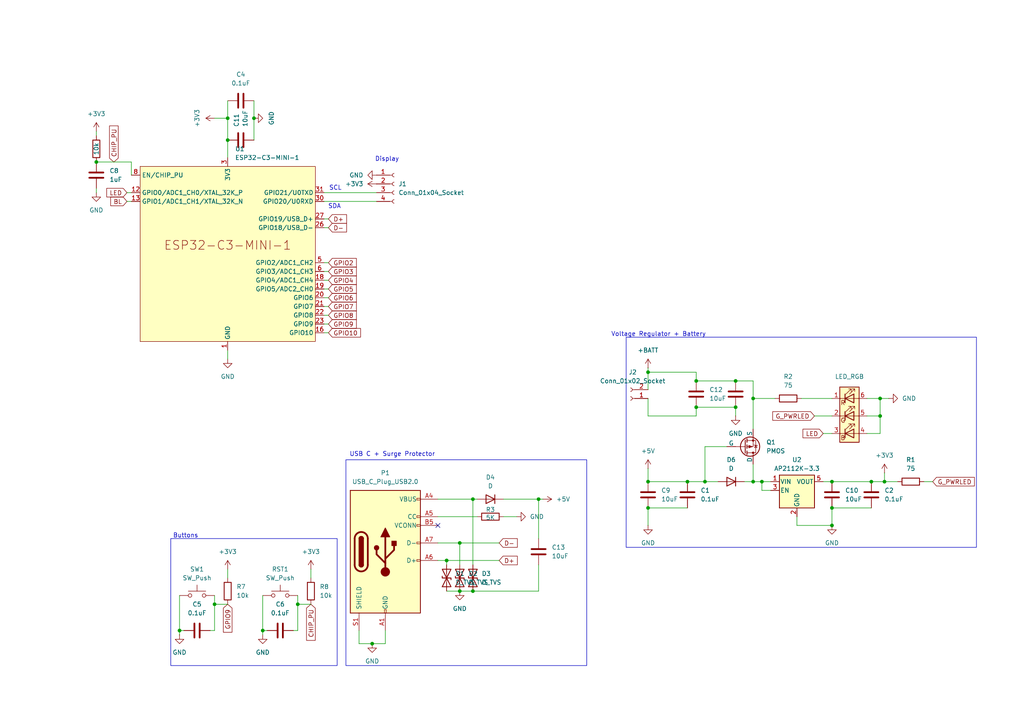
<source format=kicad_sch>
(kicad_sch (version 20250114) (generator "eeschema") (generator_version "9.0")
  (paper "A4")
  (title_block (title "MedBox") (date "2025-04-07") (rev "1") (company "ELK") (comment 1 "https://www.instructables.com/Build-Custom-ESP32-Boards-From-Scratch-the-Complet/"))
  (lib_symbols
    (symbol "Connector:Conn_01x02_Socket" (pin_names (offset 1.016) (hide yes))
      (property "Reference" "J" (at 0 2.54 0))
      (property "Value" "Conn_01x02_Socket" (at 0 -5.08 0))
      (symbol "Conn_01x02_Socket_1_1"
        (polyline (pts (xy -1.27 0) (xy -0.508 0)) (stroke (width 0.1524)))
        (polyline (pts (xy -1.27 -2.54) (xy -0.508 -2.54)) (stroke (width 0.1524)))
        (arc (start 0 -0.508) (mid -0.5058 0) (end 0 0.508) (stroke (width 0.1524)))
        (arc (start 0 -3.048) (mid -0.5058 -2.54) (end 0 -2.032) (stroke (width 0.1524)))
        (pin passive line (at -5.08 0 0) (length 3.81) (name "Pin_1") (number "1"))
        (pin passive line (at -5.08 -2.54 0) (length 3.81) (name "Pin_2") (number "2"))
      )
    )
    (symbol "Connector:Conn_01x04_Socket" (pin_names (offset 1.016) (hide yes))
      (property "Reference" "J" (at 0 5.08 0))
      (property "Value" "Conn_01x04_Socket" (at 0 -7.62 0))
      (symbol "Conn_01x04_Socket_1_1"
        (polyline (pts (xy -1.27 2.54) (xy -0.508 2.54)) (stroke (width 0.1524)))
        (polyline (pts (xy -1.27 0) (xy -0.508 0)) (stroke (width 0.1524)))
        (polyline (pts (xy -1.27 -2.54) (xy -0.508 -2.54)) (stroke (width 0.1524)))
        (polyline (pts (xy -1.27 -5.08) (xy -0.508 -5.08)) (stroke (width 0.1524)))
        (arc (start 0 2.032) (mid -0.5058 2.54) (end 0 3.048) (stroke (width 0.1524)))
        (arc (start 0 -0.508) (mid -0.5058 0) (end 0 0.508) (stroke (width 0.1524)))
        (arc (start 0 -3.048) (mid -0.5058 -2.54) (end 0 -2.032) (stroke (width 0.1524)))
        (arc (start 0 -5.588) (mid -0.5058 -5.08) (end 0 -4.572) (stroke (width 0.1524)))
        (pin passive line (at -5.08 2.54 0) (length 3.81) (name "Pin_1") (number "1"))
        (pin passive line (at -5.08 0 0) (length 3.81) (name "Pin_2") (number "2"))
        (pin passive line (at -5.08 -2.54 0) (length 3.81) (name "Pin_3") (number "3"))
        (pin passive line (at -5.08 -5.08 0) (length 3.81) (name "Pin_4") (number "4"))
      )
    )
    (symbol "Connector:USB_C_Plug_USB2.0" (pin_names (offset 1.016))
      (property "Reference" "P" (at -10.16 19.05 0))
      (property "Value" "USB_C_Plug_USB2.0" (at 12.7 19.05 0))
      (symbol "USB_C_Plug_USB2.0_0_0"
        (rectangle (start -0.254 -17.78) (end 0.254 -16.764))
        (rectangle (start 10.16 15.494) (end 9.144 14.986))
        (rectangle (start 10.16 10.414) (end 9.144 9.906))
        (rectangle (start 10.16 7.874) (end 9.144 7.366))
        (rectangle (start 10.16 2.794) (end 9.144 2.286))
        (rectangle (start 10.16 -2.286) (end 9.144 -2.794))
      )
      (symbol "USB_C_Plug_USB2.0_0_1"
        (rectangle (start -10.16 17.78) (end 10.16 -17.78) (stroke (width 0.254)) (fill (type background)))
        (polyline (pts (xy -8.89 -3.81) (xy -8.89 3.81)) (stroke (width 0.508)))
        (rectangle (start -7.62 -3.81) (end -6.35 3.81) (stroke (width 0.254)) (fill (type outline)))
        (arc (start -7.62 3.81) (mid -6.985 4.4423) (end -6.35 3.81) (stroke (width 0.254)))
        (arc (start -7.62 3.81) (mid -6.985 4.4423) (end -6.35 3.81) (stroke (width 0.254)) (fill (type outline)))
        (arc (start -8.89 3.81) (mid -6.985 5.7067) (end -5.08 3.81) (stroke (width 0.508)))
        (arc (start -5.08 -3.81) (mid -6.985 -5.7067) (end -8.89 -3.81) (stroke (width 0.508)))
        (arc (start -6.35 -3.81) (mid -6.985 -4.4423) (end -7.62 -3.81) (stroke (width 0.254)))
        (arc (start -6.35 -3.81) (mid -6.985 -4.4423) (end -7.62 -3.81) (stroke (width 0.254)) (fill (type outline)))
        (polyline (pts (xy -5.08 3.81) (xy -5.08 -3.81)) (stroke (width 0.508)))
        (circle (center -2.54 1.143) (radius 0.635) (stroke (width 0.254)) (fill (type outline)))
        (polyline (pts (xy -1.27 4.318) (xy 0 6.858) (xy 1.27 4.318) (xy -1.27 4.318)) (stroke (width 0.254)) (fill (type outline)))
        (polyline (pts (xy 0 -2.032) (xy 2.54 0.508) (xy 2.54 1.778)) (stroke (width 0.508)))
        (polyline (pts (xy 0 -3.302) (xy -2.54 -0.762) (xy -2.54 0.508)) (stroke (width 0.508)))
        (polyline (pts (xy 0 -5.842) (xy 0 4.318)) (stroke (width 0.508)))
        (circle (center 0 -5.842) (radius 1.27) (fill (type outline)))
        (rectangle (start 1.905 1.778) (end 3.175 3.048) (stroke (width 0.254)) (fill (type outline)))
      )
      (symbol "USB_C_Plug_USB2.0_1_1"
        (pin passive line (at -7.62 -22.86 90) (length 5.08) (name "SHIELD") (number "S1"))
        (pin passive line (at 0 -22.86 90) (length 5.08) (name "GND") (number "A1"))
        (pin passive line (at 0 -22.86 90) (length 5.08) (hide yes) (name "GND") (number "A12"))
        (pin passive line (at 0 -22.86 90) (length 5.08) (hide yes) (name "GND") (number "B1"))
        (pin passive line (at 0 -22.86 90) (length 5.08) (hide yes) (name "GND") (number "B12"))
        (pin passive line (at 15.24 15.24 180) (length 5.08) (name "VBUS") (number "A4"))
        (pin passive line (at 15.24 15.24 180) (length 5.08) (hide yes) (name "VBUS") (number "A9"))
        (pin passive line (at 15.24 15.24 180) (length 5.08) (hide yes) (name "VBUS") (number "B4"))
        (pin passive line (at 15.24 15.24 180) (length 5.08) (hide yes) (name "VBUS") (number "B9"))
        (pin bidirectional line (at 15.24 10.16 180) (length 5.08) (name "CC") (number "A5"))
        (pin bidirectional line (at 15.24 7.62 180) (length 5.08) (name "VCONN") (number "B5"))
        (pin bidirectional line (at 15.24 2.54 180) (length 5.08) (name "D-") (number "A7"))
        (pin bidirectional line (at 15.24 -2.54 180) (length 5.08) (name "D+") (number "A6"))
      )
    )
    (symbol "Device:C" (pin_numbers (hide yes)) (pin_names (offset 0.254))
      (property "Reference" "C" (at 0.635 2.54 0))
      (property "Value" "C" (at 0.635 -2.54 0))
      (symbol "C_0_1"
        (polyline (pts (xy -2.032 0.762) (xy 2.032 0.762)) (stroke (width 0.508)))
        (polyline (pts (xy -2.032 -0.762) (xy 2.032 -0.762)) (stroke (width 0.508)))
      )
      (symbol "C_1_1"
        (pin passive line (at 0 3.81 270) (length 2.794) (name "~") (number "1"))
        (pin passive line (at 0 -3.81 90) (length 2.794) (name "~") (number "2"))
      )
    )
    (symbol "Device:D" (pin_numbers (hide yes)) (pin_names (offset 1.016) (hide yes))
      (property "Reference" "D" (at 0 2.54 0))
      (property "Value" "D" (at 0 -2.54 0))
      (symbol "D_0_1"
        (polyline (pts (xy -1.27 1.27) (xy -1.27 -1.27)) (stroke (width 0.254)))
        (polyline (pts (xy 1.27 1.27) (xy 1.27 -1.27) (xy -1.27 0) (xy 1.27 1.27)) (stroke (width 0.254)))
        (polyline (pts (xy 1.27 0) (xy -1.27 0)))
      )
      (symbol "D_1_1"
        (pin passive line (at -3.81 0 0) (length 2.54) (name "K") (number "1"))
        (pin passive line (at 3.81 0 180) (length 2.54) (name "A") (number "2"))
      )
    )
    (symbol "Device:D_TVS" (pin_numbers (hide yes)) (pin_names (offset 1.016) (hide yes))
      (property "Reference" "D" (at 0 2.54 0))
      (property "Value" "D_TVS" (at 0 -2.54 0))
      (symbol "D_TVS_0_1"
        (polyline (pts (xy -2.54 1.27) (xy -2.54 -1.27) (xy 2.54 1.27) (xy 2.54 -1.27) (xy -2.54 1.27)) (stroke (width 0.254)))
        (polyline (pts (xy 0.508 1.27) (xy 0 1.27) (xy 0 -1.27) (xy -0.508 -1.27)) (stroke (width 0.254)))
        (polyline (pts (xy 1.27 0) (xy -1.27 0)))
      )
      (symbol "D_TVS_1_1"
        (pin passive line (at -3.81 0 0) (length 2.54) (name "A1") (number "1"))
        (pin passive line (at 3.81 0 180) (length 2.54) (name "A2") (number "2"))
      )
    )
    (symbol "Device:LED_RGB" (pin_names (offset 0) (hide yes))
      (property "Reference" "D" (at 0 9.398 0))
      (property "Value" "LED_RGB" (at 0 -8.89 0))
      (symbol "LED_RGB_0_0"
        (text "R" (at -1.905 3.81 0) (effects (font (size 1.27 1.27))))
        (text "G" (at -1.905 -1.27 0) (effects (font (size 1.27 1.27))))
        (text "B" (at -1.905 -6.35 0) (effects (font (size 1.27 1.27))))
      )
      (symbol "LED_RGB_0_1"
        (polyline (pts (xy -1.27 6.35) (xy -1.27 3.81)) (stroke (width 0.254)))
        (polyline (pts (xy -1.27 6.35) (xy -1.27 3.81) (xy -1.27 3.81)))
        (polyline (pts (xy -1.27 5.08) (xy -2.54 5.08)))
        (polyline (pts (xy -1.27 5.08) (xy 1.27 5.08)))
        (polyline (pts (xy -1.27 1.27) (xy -1.27 -1.27)) (stroke (width 0.254)))
        (polyline (pts (xy -1.27 1.27) (xy -1.27 -1.27) (xy -1.27 -1.27)))
        (polyline (pts (xy -1.27 0) (xy -2.54 0)))
        (polyline (pts (xy -1.27 -3.81) (xy -1.27 -6.35)) (stroke (width 0.254)))
        (polyline (pts (xy -1.27 -5.08) (xy -2.54 -5.08)))
        (polyline (pts (xy -1.27 -5.08) (xy 1.27 -5.08)))
        (polyline (pts (xy -1.016 6.35) (xy 0.508 7.874) (xy -0.254 7.874) (xy 0.508 7.874) (xy 0.508 7.112)))
        (polyline (pts (xy -1.016 1.27) (xy 0.508 2.794) (xy -0.254 2.794) (xy 0.508 2.794) (xy 0.508 2.032)))
        (polyline (pts (xy -1.016 -3.81) (xy 0.508 -2.286) (xy -0.254 -2.286) (xy 0.508 -2.286) (xy 0.508 -3.048)))
        (polyline (pts (xy 0 6.35) (xy 1.524 7.874) (xy 0.762 7.874) (xy 1.524 7.874) (xy 1.524 7.112)))
        (polyline (pts (xy 0 1.27) (xy 1.524 2.794) (xy 0.762 2.794) (xy 1.524 2.794) (xy 1.524 2.032)))
        (polyline (pts (xy 0 -3.81) (xy 1.524 -2.286) (xy 0.762 -2.286) (xy 1.524 -2.286) (xy 1.524 -3.048)))
        (polyline (pts (xy 1.27 6.35) (xy 1.27 3.81) (xy -1.27 5.08) (xy 1.27 6.35)) (stroke (width 0.254)))
        (rectangle (start 1.27 6.35) (end 1.27 6.35))
        (polyline (pts (xy 1.27 5.08) (xy 2.54 5.08)))
        (rectangle (start 1.27 3.81) (end 1.27 6.35))
        (polyline (pts (xy 1.27 1.27) (xy 1.27 -1.27) (xy -1.27 0) (xy 1.27 1.27)) (stroke (width 0.254)))
        (rectangle (start 1.27 1.27) (end 1.27 1.27))
        (polyline (pts (xy 1.27 0) (xy -1.27 0)))
        (polyline (pts (xy 1.27 0) (xy 2.54 0)))
        (rectangle (start 1.27 -1.27) (end 1.27 1.27))
        (polyline (pts (xy 1.27 -3.81) (xy 1.27 -6.35) (xy -1.27 -5.08) (xy 1.27 -3.81)) (stroke (width 0.254)))
        (polyline (pts (xy 1.27 -5.08) (xy 2.54 -5.08)))
        (rectangle (start 2.794 8.382) (end -2.794 -7.62) (stroke (width 0.254)) (fill (type background)))
      )
      (symbol "LED_RGB_1_1"
        (pin passive line (at -5.08 5.08 0) (length 2.54) (name "RK") (number "1"))
        (pin passive line (at -5.08 0 0) (length 2.54) (name "GK") (number "2"))
        (pin passive line (at -5.08 -5.08 0) (length 2.54) (name "BK") (number "3"))
        (pin passive line (at 5.08 5.08 180) (length 2.54) (name "RA") (number "6"))
        (pin passive line (at 5.08 0 180) (length 2.54) (name "GA") (number "5"))
        (pin passive line (at 5.08 -5.08 180) (length 2.54) (name "BA") (number "4"))
      )
    )
    (symbol "Device:R" (pin_numbers (hide yes)) (pin_names (offset 0))
      (property "Reference" "R" (at 2.032 0 90))
      (property "Value" "R" (at 0 0 90))
      (symbol "R_0_1"
        (rectangle (start -1.016 -2.54) (end 1.016 2.54) (stroke (width 0.254)))
      )
      (symbol "R_1_1"
        (pin passive line (at 0 3.81 270) (length 1.27) (name "~") (number "1"))
        (pin passive line (at 0 -3.81 90) (length 1.27) (name "~") (number "2"))
      )
    )
    (symbol "PCM_Espressif:ESP32-C3-MINI-1"
      (property "Reference" "U" (at -25.4 30.48 0))
      (property "Value" "ESP32-C3-MINI-1" (at -25.4 27.94 0))
      (symbol "ESP32-C3-MINI-1_0_0"
        (text "ESP32-C3-MINI-1" (at 0 2.54 0) (effects (font (size 2.54 2.54))))
      )
      (symbol "ESP32-C3-MINI-1_0_1"
        (rectangle (start -25.4 25.4) (end 25.4 -25.4) (fill (type background)))
      )
      (symbol "ESP32-C3-MINI-1_1_1"
        (pin input line (at -27.94 22.86 0) (length 2.54) (name "EN/CHIP_PU") (number "8"))
        (pin bidirectional line (at -27.94 17.78 0) (length 2.54) (name "GPIO0/ADC1_CH0/XTAL_32K_P") (number "12"))
        (pin bidirectional line (at -27.94 15.24 0) (length 2.54) (name "GPIO1/ADC1_CH1/XTAL_32K_N") (number "13"))
        (pin no_connect line (at -25.4 10.16 0) (length 2.54) (hide yes) (name "NC") (number "4"))
        (pin no_connect line (at -25.4 7.62 0) (length 2.54) (hide yes) (name "NC") (number "7"))
        (pin no_connect line (at -25.4 5.08 0) (length 2.54) (hide yes) (name "NC") (number "9"))
        (pin no_connect line (at -25.4 2.54 0) (length 2.54) (hide yes) (name "NC") (number "10"))
        (pin no_connect line (at -25.4 0 0) (length 2.54) (hide yes) (name "NC") (number "15"))
        (pin no_connect line (at -25.4 -2.54 0) (length 2.54) (hide yes) (name "NC") (number "17"))
        (pin no_connect line (at -25.4 -5.08 0) (length 2.54) (hide yes) (name "NC") (number "24"))
        (pin no_connect line (at -25.4 -7.62 0) (length 2.54) (hide yes) (name "NC") (number "25"))
        (pin no_connect line (at -25.4 -10.16 0) (length 2.54) (hide yes) (name "NC") (number "28"))
        (pin no_connect line (at -25.4 -12.7 0) (length 2.54) (hide yes) (name "NC") (number "29"))
        (pin no_connect line (at -25.4 -15.24 0) (length 2.54) (hide yes) (name "NC") (number "32"))
        (pin no_connect line (at -25.4 -17.78 0) (length 2.54) (hide yes) (name "NC") (number "33"))
        (pin no_connect line (at -25.4 -20.32 0) (length 2.54) (hide yes) (name "NC") (number "34"))
        (pin no_connect line (at -25.4 -22.86 0) (length 2.54) (hide yes) (name "NC") (number "35"))
        (pin power_in line (at 0 27.94 270) (length 2.54) (name "3V3") (number "3"))
        (pin power_in line (at 0 -27.94 90) (length 2.54) (name "GND") (number "1"))
        (pin passive line (at 0 -27.94 90) (length 2.54) (hide yes) (name "GND") (number "11"))
        (pin passive line (at 0 -27.94 90) (length 2.54) (hide yes) (name "GND") (number "14"))
        (pin passive line (at 0 -27.94 90) (length 2.54) (hide yes) (name "GND") (number "2"))
        (pin passive line (at 0 -27.94 90) (length 2.54) (hide yes) (name "GND") (number "36"))
        (pin passive line (at 0 -27.94 90) (length 2.54) (hide yes) (name "GND") (number "37"))
        (pin passive line (at 0 -27.94 90) (length 2.54) (hide yes) (name "GND") (number "38"))
        (pin passive line (at 0 -27.94 90) (length 2.54) (hide yes) (name "GND") (number "39"))
        (pin passive line (at 0 -27.94 90) (length 2.54) (hide yes) (name "GND") (number "40"))
        (pin passive line (at 0 -27.94 90) (length 2.54) (hide yes) (name "GND") (number "41"))
        (pin passive line (at 0 -27.94 90) (length 2.54) (hide yes) (name "GND") (number "42"))
        (pin passive line (at 0 -27.94 90) (length 2.54) (hide yes) (name "GND") (number "43"))
        (pin passive line (at 0 -27.94 90) (length 2.54) (hide yes) (name "GND") (number "44"))
        (pin passive line (at 0 -27.94 90) (length 2.54) (hide yes) (name "GND") (number "45"))
        (pin passive line (at 0 -27.94 90) (length 2.54) (hide yes) (name "GND") (number "46"))
        (pin passive line (at 0 -27.94 90) (length 2.54) (hide yes) (name "GND") (number "47"))
        (pin passive line (at 0 -27.94 90) (length 2.54) (hide yes) (name "GND") (number "48"))
        (pin passive line (at 0 -27.94 90) (length 2.54) (hide yes) (name "GND") (number "49"))
        (pin passive line (at 0 -27.94 90) (length 2.54) (hide yes) (name "GND") (number "50"))
        (pin passive line (at 0 -27.94 90) (length 2.54) (hide yes) (name "GND") (number "51"))
        (pin passive line (at 0 -27.94 90) (length 2.54) (hide yes) (name "GND") (number "52"))
        (pin passive line (at 0 -27.94 90) (length 2.54) (hide yes) (name "GND") (number "53"))
        (pin bidirectional line (at 27.94 17.78 180) (length 2.54) (name "GPIO21/U0TXD") (number "31"))
        (pin bidirectional line (at 27.94 15.24 180) (length 2.54) (name "GPIO20/U0RXD") (number "30"))
        (pin bidirectional line (at 27.94 10.16 180) (length 2.54) (name "GPIO19/USB_D+") (number "27"))
        (pin bidirectional line (at 27.94 7.62 180) (length 2.54) (name "GPIO18/USB_D-") (number "26"))
        (pin bidirectional line (at 27.94 -2.54 180) (length 2.54) (name "GPIO2/ADC1_CH2") (number "5"))
        (pin bidirectional line (at 27.94 -5.08 180) (length 2.54) (name "GPIO3/ADC1_CH3") (number "6"))
        (pin bidirectional line (at 27.94 -7.62 180) (length 2.54) (name "GPIO4/ADC1_CH4") (number "18"))
        (pin bidirectional line (at 27.94 -10.16 180) (length 2.54) (name "GPIO5/ADC2_CH0") (number "19"))
        (pin bidirectional line (at 27.94 -12.7 180) (length 2.54) (name "GPIO6") (number "20"))
        (pin bidirectional line (at 27.94 -15.24 180) (length 2.54) (name "GPIO7") (number "21"))
        (pin bidirectional line (at 27.94 -17.78 180) (length 2.54) (name "GPIO8") (number "22"))
        (pin bidirectional line (at 27.94 -20.32 180) (length 2.54) (name "GPIO9") (number "23"))
        (pin bidirectional line (at 27.94 -22.86 180) (length 2.54) (name "GPIO10") (number "16"))
      )
    )
    (symbol "Regulator_Linear:AP2112K-3.3" (pin_names (offset 0.254))
      (property "Reference" "U" (at -5.08 5.715 0))
      (property "Value" "AP2112K-3.3" (at 0 5.715 0))
      (symbol "AP2112K-3.3_0_1"
        (rectangle (start -5.08 4.445) (end 5.08 -5.08) (stroke (width 0.254)) (fill (type background)))
      )
      (symbol "AP2112K-3.3_1_1"
        (pin power_in line (at -7.62 2.54 0) (length 2.54) (name "VIN") (number "1"))
        (pin input line (at -7.62 0 0) (length 2.54) (name "EN") (number "3"))
        (pin power_in line (at 0 -7.62 90) (length 2.54) (name "GND") (number "2"))
        (pin no_connect line (at 5.08 0 180) (length 2.54) (hide yes) (name "NC") (number "4"))
        (pin power_out line (at 7.62 2.54 180) (length 2.54) (name "VOUT") (number "5"))
      )
    )
    (symbol "Simulation_SPICE:PMOS" (pin_numbers (hide yes)) (pin_names (offset 0))
      (property "Reference" "Q" (at 5.08 1.27 0))
      (property "Value" "PMOS" (at 5.08 -1.27 0))
      (symbol "PMOS_0_1"
        (polyline (pts (xy 0.254 1.905) (xy 0.254 -1.905)) (stroke (width 0.254)))
        (polyline (pts (xy 0.254 0) (xy -2.54 0)))
        (polyline (pts (xy 0.762 2.286) (xy 0.762 1.27)) (stroke (width 0.254)))
        (polyline (pts (xy 0.762 1.778) (xy 3.302 1.778) (xy 3.302 -1.778) (xy 0.762 -1.778)))
        (polyline (pts (xy 0.762 0.508) (xy 0.762 -0.508)) (stroke (width 0.254)))
        (polyline (pts (xy 0.762 -1.27) (xy 0.762 -2.286)) (stroke (width 0.254)))
        (circle (center 1.651 0) (radius 2.794) (stroke (width 0.254)))
        (polyline (pts (xy 2.286 0) (xy 1.27 0.381) (xy 1.27 -0.381) (xy 2.286 0)) (fill (type outline)))
        (polyline (pts (xy 2.54 2.54) (xy 2.54 1.778)))
        (circle (center 2.54 1.778) (radius 0.254) (fill (type outline)))
        (circle (center 2.54 -1.778) (radius 0.254) (fill (type outline)))
        (polyline (pts (xy 2.54 -2.54) (xy 2.54 0) (xy 0.762 0)))
        (polyline (pts (xy 2.794 -0.508) (xy 2.921 -0.381) (xy 3.683 -0.381) (xy 3.81 -0.254)))
        (polyline (pts (xy 3.302 -0.381) (xy 2.921 0.254) (xy 3.683 0.254) (xy 3.302 -0.381)))
      )
      (symbol "PMOS_1_1"
        (pin input line (at -5.08 0 0) (length 2.54) (name "G") (number "2"))
        (pin passive line (at 2.54 5.08 270) (length 2.54) (name "D") (number "1"))
        (pin passive line (at 2.54 -5.08 90) (length 2.54) (name "S") (number "3"))
      )
    )
    (symbol "Switch:SW_Push" (pin_numbers (hide yes)) (pin_names (offset 1.016) (hide yes))
      (property "Reference" "SW" (at 1.27 2.54 0))
      (property "Value" "SW_Push" (at 0 -1.524 0))
      (symbol "SW_Push_0_1"
        (circle (center -2.032 0) (radius 0.508))
        (polyline (pts (xy 0 1.27) (xy 0 3.048)))
        (circle (center 2.032 0) (radius 0.508))
        (polyline (pts (xy 2.54 1.27) (xy -2.54 1.27)))
        (pin passive line (at -5.08 0 0) (length 2.54) (name "1") (number "1"))
        (pin passive line (at 5.08 0 180) (length 2.54) (name "2") (number "2"))
      )
    )
    (symbol "power:+3V3" (power) (pin_numbers (hide yes)) (pin_names (offset 0) (hide yes))
      (property "Value" "+3V3" (at 0 3.556 0))
      (symbol "+3V3_0_1"
        (polyline (pts (xy -0.762 1.27) (xy 0 2.54)))
        (polyline (pts (xy 0 2.54) (xy 0.762 1.27)))
        (polyline (pts (xy 0 0) (xy 0 2.54)))
      )
      (symbol "+3V3_1_1"
        (pin power_in line (at 0 0 90) (length 0) (name "~") (number "1"))
      )
    )
    (symbol "power:+5V" (power) (pin_numbers (hide yes)) (pin_names (offset 0) (hide yes))
      (property "Value" "+5V" (at 0 3.556 0))
      (symbol "+5V_0_1"
        (polyline (pts (xy -0.762 1.27) (xy 0 2.54)))
        (polyline (pts (xy 0 2.54) (xy 0.762 1.27)))
        (polyline (pts (xy 0 0) (xy 0 2.54)))
      )
      (symbol "+5V_1_1"
        (pin power_in line (at 0 0 90) (length 0) (name "~") (number "1"))
      )
    )
    (symbol "power:+BATT" (power) (pin_numbers (hide yes)) (pin_names (offset 0) (hide yes))
      (property "Value" "+BATT" (at 0 3.556 0))
      (symbol "+BATT_0_1"
        (polyline (pts (xy -0.762 1.27) (xy 0 2.54)))
        (polyline (pts (xy 0 2.54) (xy 0.762 1.27)))
        (polyline (pts (xy 0 0) (xy 0 2.54)))
      )
      (symbol "+BATT_1_1"
        (pin power_in line (at 0 0 90) (length 0) (name "~") (number "1"))
      )
    )
    (symbol "power:GND" (power) (pin_numbers (hide yes)) (pin_names (offset 0) (hide yes))
      (property "Value" "GND" (at 0 -3.81 0))
      (symbol "GND_0_1"
        (polyline (pts (xy 0 0) (xy 0 -1.27) (xy 1.27 -1.27) (xy 0 -2.54) (xy -1.27 -1.27) (xy 0 -1.27)))
      )
      (symbol "GND_1_1"
        (pin power_in line (at 0 0 270) (length 0) (name "~") (number "1"))
      )
    )
  )
  (rectangle (start 181.61 97.79) (end 283.21 158.75))
  (rectangle (start 100.33 133.35) (end 170.18 193.04))
  (rectangle (start 49.53 156.21) (end 97.79 193.04))
  (text "Buttons" (at 53.848 155.448 0) (effects (font (size 1.27 1.27))))
  (text "Display" (at 112.268 46.228 0) (effects (font (size 1.27 1.27))))
  (text "USB C + Surge Protector" (at 113.792 131.826 0) (effects (font (size 1.27 1.27))))
  (text "SDA" (at 97.028 59.944 0) (effects (font (size 1.27 1.27))))
  (text "Voltage Regulator + Battery" (at 191.008 97.028 0) (effects (font (size 1.27 1.27))))
  (text "SCL" (at 97.282 54.61 0) (effects (font (size 1.27 1.27))))
  (junction (at 73.66 34.29))
  (junction (at 218.44 115.57))
  (junction (at 129.54 162.56))
  (junction (at 213.36 110.49))
  (junction (at 218.44 139.7))
  (junction (at 137.16 144.78))
  (junction (at 255.27 120.65))
  (junction (at 256.54 139.7))
  (junction (at 66.04 34.29))
  (junction (at 204.47 139.7))
  (junction (at 241.3 147.32))
  (junction (at 133.35 171.45))
  (junction (at 156.21 144.78))
  (junction (at 27.94 46.99))
  (junction (at 52.07 182.88))
  (junction (at 107.95 186.69))
  (junction (at 201.93 110.49))
  (junction (at 220.98 139.7))
  (junction (at 241.3 139.7))
  (junction (at 187.96 107.95))
  (junction (at 241.3 152.4))
  (junction (at 255.27 115.57))
  (junction (at 213.36 118.11))
  (junction (at 199.39 139.7))
  (junction (at 76.2 182.88))
  (junction (at 137.16 171.45))
  (junction (at 62.23 175.26))
  (junction (at 252.73 139.7))
  (junction (at 201.93 118.11))
  (junction (at 133.35 157.48))
  (junction (at 66.04 40.64))
  (junction (at 187.96 147.32))
  (junction (at 187.96 139.7))
  (junction (at 86.36 175.26))
  (no_connect (at 127 152.4))
  (wire (pts (xy 93.98 58.42) (xy 109.22 58.42)))
  (wire (pts (xy 66.04 40.64) (xy 66.04 45.72)))
  (wire (pts (xy 156.21 144.78) (xy 157.48 144.78)))
  (wire (pts (xy 199.39 139.7) (xy 204.47 139.7)))
  (wire (pts (xy 62.23 182.88) (xy 60.96 182.88)))
  (wire (pts (xy 38.1 46.99) (xy 38.1 50.8)))
  (wire (pts (xy 104.14 182.88) (xy 104.14 186.69)))
  (wire (pts (xy 137.16 144.78) (xy 138.43 144.78)))
  (wire (pts (xy 73.66 40.64) (xy 73.66 34.29)))
  (wire (pts (xy 156.21 171.45) (xy 137.16 171.45)))
  (wire (pts (xy 255.27 115.57) (xy 251.46 115.57)))
  (wire (pts (xy 236.22 120.65) (xy 241.3 120.65)))
  (wire (pts (xy 27.94 46.99) (xy 38.1 46.99)))
  (wire (pts (xy 201.93 118.11) (xy 201.93 120.65)))
  (wire (pts (xy 252.73 147.32) (xy 241.3 147.32)))
  (wire (pts (xy 93.98 55.88) (xy 109.22 55.88)))
  (wire (pts (xy 73.66 34.29) (xy 73.66 29.21)))
  (wire (pts (xy 251.46 120.65) (xy 255.27 120.65)))
  (wire (pts (xy 86.36 172.72) (xy 86.36 175.26)))
  (wire (pts (xy 218.44 139.7) (xy 220.98 139.7)))
  (wire (pts (xy 146.05 144.78) (xy 156.21 144.78)))
  (wire (pts (xy 220.98 139.7) (xy 223.52 139.7)))
  (wire (pts (xy 218.44 115.57) (xy 224.79 115.57)))
  (wire (pts (xy 187.96 135.89) (xy 187.96 139.7)))
  (wire (pts (xy 52.07 182.88) (xy 53.34 182.88)))
  (wire (pts (xy 95.25 88.9) (xy 93.98 88.9)))
  (wire (pts (xy 111.76 182.88) (xy 111.76 186.69)))
  (wire (pts (xy 213.36 110.49) (xy 218.44 110.49)))
  (wire (pts (xy 62.23 172.72) (xy 62.23 175.26)))
  (wire (pts (xy 241.3 139.7) (xy 252.73 139.7)))
  (wire (pts (xy 187.96 107.95) (xy 187.96 113.03)))
  (wire (pts (xy 238.76 125.73) (xy 241.3 125.73)))
  (wire (pts (xy 232.41 115.57) (xy 241.3 115.57)))
  (wire (pts (xy 255.27 120.65) (xy 255.27 115.57)))
  (wire (pts (xy 66.04 40.64) (xy 66.04 34.29)))
  (wire (pts (xy 218.44 115.57) (xy 218.44 124.46)))
  (wire (pts (xy 156.21 163.83) (xy 156.21 171.45)))
  (wire (pts (xy 213.36 118.11) (xy 213.36 120.65)))
  (wire (pts (xy 66.04 101.6) (xy 66.04 104.14)))
  (wire (pts (xy 187.96 107.95) (xy 201.93 107.95)))
  (wire (pts (xy 36.83 58.42) (xy 38.1 58.42)))
  (wire (pts (xy 201.93 110.49) (xy 213.36 110.49)))
  (wire (pts (xy 76.2 172.72) (xy 76.2 182.88)))
  (wire (pts (xy 267.97 139.7) (xy 270.51 139.7)))
  (wire (pts (xy 95.25 96.52) (xy 93.98 96.52)))
  (wire (pts (xy 95.25 81.28) (xy 93.98 81.28)))
  (wire (pts (xy 218.44 134.62) (xy 218.44 139.7)))
  (wire (pts (xy 95.25 86.36) (xy 93.98 86.36)))
  (wire (pts (xy 76.2 182.88) (xy 76.2 184.15)))
  (wire (pts (xy 111.76 186.69) (xy 107.95 186.69)))
  (wire (pts (xy 238.76 139.7) (xy 241.3 139.7)))
  (wire (pts (xy 204.47 129.54) (xy 204.47 139.7)))
  (wire (pts (xy 95.25 93.98) (xy 93.98 93.98)))
  (wire (pts (xy 52.07 172.72) (xy 52.07 182.88)))
  (wire (pts (xy 201.93 118.11) (xy 213.36 118.11)))
  (wire (pts (xy 62.23 34.29) (xy 66.04 34.29)))
  (wire (pts (xy 36.83 55.88) (xy 38.1 55.88)))
  (wire (pts (xy 187.96 139.7) (xy 199.39 139.7)))
  (wire (pts (xy 204.47 139.7) (xy 208.28 139.7)))
  (wire (pts (xy 187.96 106.68) (xy 187.96 107.95)))
  (wire (pts (xy 231.14 149.86) (xy 231.14 152.4)))
  (wire (pts (xy 90.17 175.26) (xy 86.36 175.26)))
  (wire (pts (xy 231.14 152.4) (xy 241.3 152.4)))
  (wire (pts (xy 66.04 34.29) (xy 66.04 29.21)))
  (wire (pts (xy 95.25 78.74) (xy 93.98 78.74)))
  (wire (pts (xy 76.2 182.88) (xy 77.47 182.88)))
  (wire (pts (xy 199.39 147.32) (xy 187.96 147.32)))
  (wire (pts (xy 187.96 147.32) (xy 187.96 152.4)))
  (wire (pts (xy 62.23 175.26) (xy 62.23 182.88)))
  (wire (pts (xy 220.98 142.24) (xy 223.52 142.24)))
  (wire (pts (xy 255.27 125.73) (xy 255.27 120.65)))
  (wire (pts (xy 95.25 66.04) (xy 93.98 66.04)))
  (wire (pts (xy 127 162.56) (xy 129.54 162.56)))
  (wire (pts (xy 90.17 165.1) (xy 90.17 167.64)))
  (wire (pts (xy 129.54 171.45) (xy 133.35 171.45)))
  (wire (pts (xy 241.3 147.32) (xy 241.3 152.4)))
  (wire (pts (xy 133.35 157.48) (xy 144.78 157.48)))
  (wire (pts (xy 187.96 115.57) (xy 187.96 120.65)))
  (wire (pts (xy 201.93 107.95) (xy 201.93 110.49)))
  (wire (pts (xy 27.94 54.61) (xy 27.94 55.88)))
  (wire (pts (xy 156.21 144.78) (xy 156.21 156.21)))
  (wire (pts (xy 251.46 125.73) (xy 255.27 125.73)))
  (wire (pts (xy 95.25 83.82) (xy 93.98 83.82)))
  (wire (pts (xy 129.54 163.83) (xy 129.54 162.56)))
  (wire (pts (xy 255.27 115.57) (xy 257.81 115.57)))
  (wire (pts (xy 137.16 163.83) (xy 137.16 144.78)))
  (wire (pts (xy 127 157.48) (xy 133.35 157.48)))
  (wire (pts (xy 104.14 186.69) (xy 107.95 186.69)))
  (wire (pts (xy 95.25 63.5) (xy 93.98 63.5)))
  (wire (pts (xy 133.35 171.45) (xy 137.16 171.45)))
  (wire (pts (xy 133.35 157.48) (xy 133.35 163.83)))
  (wire (pts (xy 210.82 129.54) (xy 204.47 129.54)))
  (wire (pts (xy 256.54 137.16) (xy 256.54 139.7)))
  (wire (pts (xy 220.98 139.7) (xy 220.98 142.24)))
  (wire (pts (xy 215.9 139.7) (xy 218.44 139.7)))
  (wire (pts (xy 129.54 162.56) (xy 144.78 162.56)))
  (wire (pts (xy 252.73 139.7) (xy 256.54 139.7)))
  (wire (pts (xy 137.16 144.78) (xy 127 144.78)))
  (wire (pts (xy 127 149.86) (xy 138.43 149.86)))
  (wire (pts (xy 86.36 182.88) (xy 85.09 182.88)))
  (wire (pts (xy 256.54 139.7) (xy 260.35 139.7)))
  (wire (pts (xy 218.44 110.49) (xy 218.44 115.57)))
  (wire (pts (xy 146.05 149.86) (xy 149.86 149.86)))
  (wire (pts (xy 52.07 182.88) (xy 52.07 184.15)))
  (wire (pts (xy 66.04 175.26) (xy 62.23 175.26)))
  (wire (pts (xy 201.93 120.65) (xy 187.96 120.65)))
  (wire (pts (xy 66.04 165.1) (xy 66.04 167.64)))
  (wire (pts (xy 86.36 175.26) (xy 86.36 182.88)))
  (wire (pts (xy 93.98 76.2) (xy 95.25 76.2)))
  (wire (pts (xy 93.98 91.44) (xy 95.25 91.44)))
  (wire (pts (xy 27.94 38.1) (xy 27.94 39.37)))
  (global_label "G_PWRLED" (shape input) (at 236.22 120.65 180) (property "Intersheetrefs" "${INTERSHEET_REFS}" (effects (hide yes))))
  (global_label "G_PWRLED" (shape input) (at 270.51 139.7 0) (property "Intersheetrefs" "${INTERSHEET_REFS}" (effects (hide yes))))
  (global_label "GPIO6" (shape input) (at 95.25 86.36 0) (property "Intersheetrefs" "${INTERSHEET_REFS}" (effects (hide yes))))
  (global_label "GPIO3" (shape input) (at 95.25 78.74 0) (property "Intersheetrefs" "${INTERSHEET_REFS}" (effects (hide yes))))
  (global_label "GPIO4" (shape input) (at 95.25 81.28 0) (property "Intersheetrefs" "${INTERSHEET_REFS}" (effects (hide yes))))
  (global_label "CHIP_PU" (shape input) (at 90.17 175.26 270) (property "Intersheetrefs" "${INTERSHEET_REFS}" (effects (hide yes))))
  (global_label "D+" (shape input) (at 95.25 63.5 0) (property "Intersheetrefs" "${INTERSHEET_REFS}" (effects (hide yes))))
  (global_label "GPIO8" (shape input) (at 95.25 91.44 0) (property "Intersheetrefs" "${INTERSHEET_REFS}" (effects (hide yes))))
  (global_label "GPIO9" (shape input) (at 66.04 175.26 270) (property "Intersheetrefs" "${INTERSHEET_REFS}" (effects (hide yes))))
  (global_label "GPIO2" (shape input) (at 95.25 76.2 0) (property "Intersheetrefs" "${INTERSHEET_REFS}" (effects (hide yes))))
  (global_label "LED" (shape input) (at 238.76 125.73 180) (property "Intersheetrefs" "${INTERSHEET_REFS}" (effects (hide yes))))
  (global_label "GPIO10" (shape input) (at 95.25 96.52 0) (property "Intersheetrefs" "${INTERSHEET_REFS}" (effects (hide yes))))
  (global_label "D-" (shape input) (at 144.78 157.48 0) (property "Intersheetrefs" "${INTERSHEET_REFS}" (effects (hide yes))))
  (global_label "GPIO7" (shape input) (at 95.25 88.9 0) (property "Intersheetrefs" "${INTERSHEET_REFS}" (effects (hide yes))))
  (global_label "D+" (shape input) (at 144.78 162.56 0) (property "Intersheetrefs" "${INTERSHEET_REFS}" (effects (hide yes))))
  (global_label "CHIP_PU" (shape input) (at 33.02 46.99 90) (property "Intersheetrefs" "${INTERSHEET_REFS}" (effects (hide yes))))
  (global_label "LED" (shape input) (at 36.83 55.88 180) (property "Intersheetrefs" "${INTERSHEET_REFS}" (effects (hide yes))))
  (global_label "GPIO9" (shape input) (at 95.25 93.98 0) (property "Intersheetrefs" "${INTERSHEET_REFS}" (effects (hide yes))))
  (global_label "GPIO5" (shape input) (at 95.25 83.82 0) (property "Intersheetrefs" "${INTERSHEET_REFS}" (effects (hide yes))))
  (global_label "BL" (shape input) (at 36.83 58.42 180) (property "Intersheetrefs" "${INTERSHEET_REFS}" (effects (hide yes))))
  (global_label "D-" (shape input) (at 95.25 66.04 0) (property "Intersheetrefs" "${INTERSHEET_REFS}" (effects (hide yes))))
  (symbol (lib_id "Device:C") (at 201.93 114.3 0) (unit 1)
    (property "Reference" "C12" (at 205.74 113.0299 0) (effects (justify left)))
    (property "Value" "10uF" (at 205.74 115.5699 0) (effects (justify left)))
    (property "Footprint" "Capacitor_SMD:C_1808_4520Metric" (effects (hide yes)))
    (property "Description" "Unpolarized capacitor" (effects (hide yes)))
  )
  (symbol (lib_id "Switch:SW_Push") (at 81.28 172.72 0) (unit 1)
    (property "Reference" "RST1" (at 81.28 165.1 0))
    (property "Value" "SW_Push" (at 81.28 167.64 0))
    (property "Footprint" "Button_Switch_SMD:SW_SPST_CK_RS282G05A3" (effects (hide yes)))
    (property "Description" "Push button switch, generic, two pins" (effects (hide yes)))
  )
  (symbol (lib_id "power:+3V3") (at 109.22 53.34 90) (unit 1)
    (property "Reference" "#PWR024" (effects (hide yes)))
    (property "Value" "+3V3" (at 105.41 53.3399 90) (effects (justify left)))
    (property "Description" "Power symbol creates a global label with name \"+3V3\"" (effects (hide yes)))
  )
  (symbol (lib_id "Device:C") (at 241.3 143.51 0) (unit 1)
    (property "Reference" "C10" (at 245.11 142.2399 0) (effects (justify left)))
    (property "Value" "10uF" (at 245.11 144.7799 0) (effects (justify left)))
    (property "Footprint" "Capacitor_SMD:C_1808_4520Metric" (effects (hide yes)))
    (property "Description" "Unpolarized capacitor" (effects (hide yes)))
  )
  (symbol (lib_id "Device:D_TVS") (at 129.54 167.64 90) (unit 1)
    (property "Reference" "D1" (at 132.08 166.3699 90) (effects (justify right)))
    (property "Value" "D_TVS" (at 132.08 168.9099 90) (effects (justify right)))
    (property "Footprint" "Diode_SMD:D_1210_3225Metric" (effects (hide yes)))
    (property "Description" "Bidirectional transient-voltage-suppression diode" (effects (hide yes)))
  )
  (symbol (lib_id "Device:R") (at 66.04 171.45 0) (unit 1)
    (property "Reference" "R7" (at 68.58 170.1799 0) (effects (justify left)))
    (property "Value" "10k" (at 68.58 172.7199 0) (effects (justify left)))
    (property "Footprint" "Resistor_SMD:R_1812_4532Metric" (effects (hide yes)))
    (property "Description" "Resistor" (effects (hide yes)))
  )
  (symbol (lib_id "power:GND") (at 241.3 152.4 0) (unit 1)
    (property "Reference" "#PWR07" (effects (hide yes)))
    (property "Value" "GND" (at 241.3 157.48 0))
    (property "Description" "Power symbol creates a global label with name \"GND\" , ground" (effects (hide yes)))
  )
  (symbol (lib_id "Device:C") (at 199.39 143.51 0) (unit 1)
    (property "Reference" "C1" (at 203.2 142.2399 0) (effects (justify left)))
    (property "Value" "0.1uF" (at 203.2 144.7799 0) (effects (justify left)))
    (property "Footprint" "Capacitor_SMD:C_0805_2012Metric" (effects (hide yes)))
    (property "Description" "Unpolarized capacitor" (effects (hide yes)))
  )
  (symbol (lib_id "power:GND") (at 76.2 184.15 0) (unit 1)
    (property "Reference" "#PWR021" (effects (hide yes)))
    (property "Value" "GND" (at 76.2 189.23 0))
    (property "Description" "Power symbol creates a global label with name \"GND\" , ground" (effects (hide yes)))
  )
  (symbol (lib_id "Device:C") (at 156.21 160.02 0) (unit 1)
    (property "Reference" "C13" (at 160.02 158.7499 0) (effects (justify left)))
    (property "Value" "10uF" (at 160.02 161.2899 0) (effects (justify left)))
    (property "Footprint" "Capacitor_SMD:C_1808_4520Metric" (effects (hide yes)))
    (property "Description" "Unpolarized capacitor" (effects (hide yes)))
  )
  (symbol (lib_id "Device:D") (at 142.24 144.78 180) (unit 1)
    (property "Reference" "D4" (at 142.24 138.43 0))
    (property "Value" "D" (at 142.24 140.97 0))
    (property "Footprint" "Diode_SMD:D_0805_2012Metric" (effects (hide yes)))
    (property "Description" "Diode" (effects (hide yes)))
    (property "Sim.Device" "D" (effects (hide yes)))
    (property "Sim.Pins" "1=K 2=A" (effects (hide yes)))
  )
  (symbol (lib_id "Connector:Conn_01x04_Socket") (at 114.3 53.34 0) (unit 1)
    (property "Reference" "J1" (at 115.57 53.3399 0) (effects (justify left)))
    (property "Value" "Conn_01x04_Socket" (at 115.57 55.8799 0) (effects (justify left)))
    (property "Footprint" "Connector_PinHeader_2.54mm:PinHeader_1x04_P2.54mm_Horizontal" (effects (hide yes)))
    (property "Description" "Generic connector, single row, 01x04, script generated" (effects (hide yes)))
  )
  (symbol (lib_id "Simulation_SPICE:PMOS") (at 215.9 129.54 0) (mirror x) (unit 1)
    (property "Reference" "Q1" (at 222.25 128.2699 0) (effects (justify left)))
    (property "Value" "PMOS" (at 222.25 130.8099 0) (effects (justify left)))
    (property "Footprint" "Package_TO_SOT_SMD:PQFN_8x8" (effects (hide yes)))
    (property "Datasheet" "https://ngspice.sourceforge.io/docs/ngspice-html-manual/manual.xhtml#cha_MOSFETs" (effects (hide yes)))
    (property "Description" "P-MOSFET transistor, drain/source/gate" (effects (hide yes)))
    (property "Sim.Device" "PMOS" (effects (hide yes)))
    (property "Sim.Type" "VDMOS" (effects (hide yes)))
    (property "Sim.Pins" "1=D 2=G 3=S" (effects (hide yes)))
  )
  (symbol (lib_id "Device:D_TVS") (at 137.16 167.64 90) (unit 1)
    (property "Reference" "D3" (at 139.7 166.3699 90) (effects (justify right)))
    (property "Value" "D_TVS" (at 139.7 168.9099 90) (effects (justify right)))
    (property "Footprint" "Diode_SMD:D_1210_3225Metric" (effects (hide yes)))
    (property "Description" "Bidirectional transient-voltage-suppression diode" (effects (hide yes)))
  )
  (symbol (lib_id "Device:C") (at 57.15 182.88 90) (unit 1)
    (property "Reference" "C5" (at 57.15 175.26 90))
    (property "Value" "0.1uF" (at 57.15 177.8 90))
    (property "Footprint" "Capacitor_SMD:C_0805_2012Metric" (effects (hide yes)))
    (property "Description" "Unpolarized capacitor" (effects (hide yes)))
  )
  (symbol (lib_id "power:GND") (at 149.86 149.86 90) (unit 1)
    (property "Reference" "#PWR01" (effects (hide yes)))
    (property "Value" "GND" (at 153.67 149.8599 90) (effects (justify right)))
    (property "Description" "Power symbol creates a global label with name \"GND\" , ground" (effects (hide yes)))
  )
  (symbol (lib_id "power:+3V3") (at 62.23 34.29 90) (unit 1)
    (property "Reference" "#PWR017" (effects (hide yes)))
    (property "Value" "+3V3" (at 57.15 34.29 0))
    (property "Description" "Power symbol creates a global label with name \"+3V3\"" (effects (hide yes)))
  )
  (symbol (lib_id "Device:D_TVS") (at 133.35 167.64 90) (unit 1)
    (property "Reference" "D2" (at 135.89 166.3699 90) (effects (justify right)))
    (property "Value" "D_TVS" (at 135.89 168.9099 90) (effects (justify right)))
    (property "Footprint" "Diode_SMD:D_1210_3225Metric" (effects (hide yes)))
    (property "Description" "Bidirectional transient-voltage-suppression diode" (effects (hide yes)))
  )
  (symbol (lib_id "power:+5V") (at 187.96 135.89 0) (unit 1)
    (property "Reference" "#PWR05" (effects (hide yes)))
    (property "Value" "+5V" (at 187.96 130.81 0))
    (property "Description" "Power symbol creates a global label with name \"+5V\"" (effects (hide yes)))
  )
  (symbol (lib_id "power:GND") (at 52.07 184.15 0) (unit 1)
    (property "Reference" "#PWR020" (effects (hide yes)))
    (property "Value" "GND" (at 52.07 189.23 0))
    (property "Description" "Power symbol creates a global label with name \"GND\" , ground" (effects (hide yes)))
  )
  (symbol (lib_id "power:+3V3") (at 256.54 137.16 0) (unit 1)
    (property "Reference" "#PWR08" (effects (hide yes)))
    (property "Value" "+3V3" (at 256.54 132.08 0))
    (property "Description" "Power symbol creates a global label with name \"+3V3\"" (effects (hide yes)))
  )
  (symbol (lib_id "power:+BATT") (at 187.96 106.68 0) (unit 1)
    (property "Reference" "#PWR09" (effects (hide yes)))
    (property "Value" "+BATT" (at 187.96 101.6 0))
    (property "Description" "Power symbol creates a global label with name \"+BATT\"" (effects (hide yes)))
  )
  (symbol (lib_id "Device:R") (at 264.16 139.7 270) (unit 1)
    (property "Reference" "R1" (at 264.16 133.35 90))
    (property "Value" "75" (at 264.16 135.89 90))
    (property "Footprint" "Resistor_SMD:R_0805_2012Metric" (effects (hide yes)))
    (property "Description" "Resistor" (effects (hide yes)))
  )
  (symbol (lib_id "Device:R") (at 90.17 171.45 0) (unit 1)
    (property "Reference" "R8" (at 92.71 170.1799 0) (effects (justify left)))
    (property "Value" "10k" (at 92.71 172.7199 0) (effects (justify left)))
    (property "Footprint" "Resistor_SMD:R_1812_4532Metric" (effects (hide yes)))
    (property "Description" "Resistor" (effects (hide yes)))
  )
  (symbol (lib_id "power:+3V3") (at 66.04 165.1 0) (unit 1)
    (property "Reference" "#PWR019" (effects (hide yes)))
    (property "Value" "+3V3" (at 66.04 160.02 0))
    (property "Description" "Power symbol creates a global label with name \"+3V3\"" (effects (hide yes)))
  )
  (symbol (lib_id "Device:C") (at 213.36 114.3 0) (unit 1)
    (property "Reference" "C7" (effects (hide yes)))
    (property "Value" "0.1uF" (effects (hide yes)))
    (property "Footprint" "Capacitor_SMD:C_0805_2012Metric" (effects (hide yes)))
    (property "Description" "Unpolarized capacitor" (effects (hide yes)))
  )
  (symbol (lib_id "power:GND") (at 109.22 50.8 270) (unit 1)
    (property "Reference" "#PWR023" (effects (hide yes)))
    (property "Value" "GND" (at 105.41 50.7999 90) (effects (justify right)))
    (property "Description" "Power symbol creates a global label with name \"GND\" , ground" (effects (hide yes)))
  )
  (symbol (lib_id "power:+3V3") (at 90.17 165.1 0) (unit 1)
    (property "Reference" "#PWR022" (effects (hide yes)))
    (property "Value" "+3V3" (at 90.17 160.02 0))
    (property "Description" "Power symbol creates a global label with name \"+3V3\"" (effects (hide yes)))
  )
  (symbol (lib_id "Connector:USB_C_Plug_USB2.0") (at 111.76 160.02 0) (unit 1)
    (property "Reference" "P1" (at 111.76 137.16 0))
    (property "Value" "USB_C_Plug_USB2.0" (at 111.76 139.7 0))
    (property "Footprint" "Connector_USB:USB_C_Receptacle_GCT_USB4105-xx-A_16P_TopMnt_Horizontal" (effects (hide yes)))
    (property "Datasheet" "https://www.usb.org/sites/default/files/documents/usb_type-c.zip" (effects (hide yes)))
    (property "Description" "USB 2.0-only Type-C Plug connector" (effects (hide yes)))
  )
  (symbol (lib_id "power:GND") (at 133.35 171.45 0) (unit 1)
    (property "Reference" "#PWR04" (effects (hide yes)))
    (property "Value" "GND" (at 133.35 176.53 0))
    (property "Description" "Power symbol creates a global label with name \"GND\" , ground" (effects (hide yes)))
  )
  (symbol (lib_id "Switch:SW_Push") (at 57.15 172.72 0) (unit 1)
    (property "Reference" "SW1" (at 57.15 165.1 0))
    (property "Value" "SW_Push" (at 57.15 167.64 0))
    (property "Footprint" "Button_Switch_SMD:SW_SPST_CK_RS282G05A3" (effects (hide yes)))
    (property "Description" "Push button switch, generic, two pins" (effects (hide yes)))
  )
  (symbol (lib_id "Device:R") (at 27.94 43.18 0) (unit 1)
    (property "Reference" "R4" (effects (hide yes)))
    (property "Value" "10k" (at 27.94 43.18 90))
    (property "Footprint" "Resistor_SMD:R_1812_4532Metric" (effects (hide yes)))
    (property "Description" "Resistor" (effects (hide yes)))
  )
  (symbol (lib_id "Device:C") (at 69.85 40.64 90) (unit 1)
    (property "Reference" "C11" (at 68.5799 36.83 0) (effects (justify left)))
    (property "Value" "10uF" (at 71.1199 36.83 0) (effects (justify left)))
    (property "Footprint" "Capacitor_SMD:C_1808_4520Metric" (effects (hide yes)))
    (property "Description" "Unpolarized capacitor" (effects (hide yes)))
  )
  (symbol (lib_id "Device:C") (at 69.85 29.21 90) (unit 1)
    (property "Reference" "C4" (at 69.85 21.59 90))
    (property "Value" "0.1uF" (at 69.85 24.13 90))
    (property "Footprint" "Capacitor_SMD:C_0805_2012Metric" (effects (hide yes)))
    (property "Description" "Unpolarized capacitor" (effects (hide yes)))
  )
  (symbol (lib_id "power:GND") (at 187.96 152.4 0) (unit 1)
    (property "Reference" "#PWR06" (effects (hide yes)))
    (property "Value" "GND" (at 187.96 157.48 0))
    (property "Description" "Power symbol creates a global label with name \"GND\" , ground" (effects (hide yes)))
  )
  (symbol (lib_id "power:GND") (at 27.94 55.88 0) (unit 1)
    (property "Reference" "#PWR014" (effects (hide yes)))
    (property "Value" "GND" (at 27.94 60.96 0))
    (property "Description" "Power symbol creates a global label with name \"GND\" , ground" (effects (hide yes)))
  )
  (symbol (lib_id "Device:C") (at 81.28 182.88 90) (unit 1)
    (property "Reference" "C6" (at 81.28 175.26 90))
    (property "Value" "0.1uF" (at 81.28 177.8 90))
    (property "Footprint" "Capacitor_SMD:C_0805_2012Metric" (effects (hide yes)))
    (property "Description" "Unpolarized capacitor" (effects (hide yes)))
  )
  (symbol (lib_id "Device:R") (at 228.6 115.57 270) (unit 1)
    (property "Reference" "R2" (at 228.6 109.22 90))
    (property "Value" "75" (at 228.6 111.76 90))
    (property "Footprint" "Resistor_SMD:R_0805_2012Metric" (effects (hide yes)))
    (property "Description" "Resistor" (effects (hide yes)))
  )
  (symbol (lib_id "Device:R") (at 142.24 149.86 90) (unit 1)
    (property "Reference" "R3" (at 142.24 147.828 90))
    (property "Value" "5K" (at 142.24 150.114 90))
    (property "Footprint" "Resistor_SMD:R_1206_3216Metric" (effects (hide yes)))
    (property "Description" "Resistor" (effects (hide yes)))
  )
  (symbol (lib_id "Device:C") (at 252.73 143.51 0) (unit 1)
    (property "Reference" "C2" (at 256.54 142.2399 0) (effects (justify left)))
    (property "Value" "0.1uF" (at 256.54 144.7799 0) (effects (justify left)))
    (property "Footprint" "Capacitor_SMD:C_0805_2012Metric" (effects (hide yes)))
    (property "Description" "Unpolarized capacitor" (effects (hide yes)))
  )
  (symbol (lib_id "Connector:Conn_01x02_Socket") (at 182.88 115.57 180) (unit 1)
    (property "Reference" "J2" (at 183.515 107.95 0))
    (property "Value" "Conn_01x02_Socket" (at 183.515 110.49 0))
    (property "Footprint" "Connector_JST:JST_EH_B2B-EH-A_1x02_P2.50mm_Vertical" (effects (hide yes)))
    (property "Description" "Generic connector, single row, 01x02, script generated" (effects (hide yes)))
  )
  (symbol (lib_id "Device:D") (at 212.09 139.7 180) (unit 1)
    (property "Reference" "D6" (at 212.09 133.35 0))
    (property "Value" "D" (at 212.09 135.89 0))
    (property "Footprint" "Diode_SMD:D_0805_2012Metric" (effects (hide yes)))
    (property "Description" "Diode" (effects (hide yes)))
    (property "Sim.Device" "D" (effects (hide yes)))
    (property "Sim.Pins" "1=K 2=A" (effects (hide yes)))
  )
  (symbol (lib_id "Device:LED_RGB") (at 246.38 120.65 0) (unit 1)
    (property "Reference" "D5" (effects (hide yes)))
    (property "Value" "LED_RGB" (at 246.38 109.22 0))
    (property "Footprint" "LED_SMD:LED_RGB_5050-6" (effects (hide yes)))
    (property "Description" "RGB LED, 6 pin package" (effects (hide yes)))
  )
  (symbol (lib_id "power:GND") (at 213.36 120.65 0) (unit 1)
    (property "Reference" "#PWR011" (effects (hide yes)))
    (property "Value" "GND" (at 213.36 125.73 0))
    (property "Description" "Power symbol creates a global label with name \"GND\" , ground" (effects (hide yes)))
  )
  (symbol (lib_id "power:+5V") (at 157.48 144.78 270) (unit 1)
    (property "Reference" "#PWR03" (effects (hide yes)))
    (property "Value" "+5V" (at 161.29 144.7799 90) (effects (justify left)))
    (property "Description" "Power symbol creates a global label with name \"+5V\"" (effects (hide yes)))
  )
  (symbol (lib_id "power:GND") (at 73.66 34.29 90) (unit 1)
    (property "Reference" "#PWR016" (effects (hide yes)))
    (property "Value" "GND" (at 78.74 34.29 0))
    (property "Description" "Power symbol creates a global label with name \"GND\" , ground" (effects (hide yes)))
  )
  (symbol (lib_id "power:GND") (at 107.95 186.69 0) (unit 1)
    (property "Reference" "#PWR02" (effects (hide yes)))
    (property "Value" "GND" (at 107.95 191.77 0))
    (property "Description" "Power symbol creates a global label with name \"GND\" , ground" (effects (hide yes)))
  )
  (symbol (lib_id "Device:C") (at 187.96 143.51 0) (unit 1)
    (property "Reference" "C9" (at 191.77 142.2399 0) (effects (justify left)))
    (property "Value" "10uF" (at 191.77 144.7799 0) (effects (justify left)))
    (property "Footprint" "Capacitor_SMD:C_1808_4520Metric" (effects (hide yes)))
    (property "Description" "Unpolarized capacitor" (effects (hide yes)))
  )
  (symbol (lib_id "PCM_Espressif:ESP32-C3-MINI-1") (at 66.04 73.66 0) (unit 1)
    (property "Reference" "U1" (at 68.1833 43.18 0) (effects (justify left)))
    (property "Value" "ESP32-C3-MINI-1" (at 68.1833 45.72 0) (effects (justify left)))
    (property "Footprint" "PCM_Espressif:ESP32-C3-MINI-1" (effects (hide yes)))
    (property "Datasheet" "https://www.espressif.com/sites/default/files/documentation/esp32-c3-mini-1_datasheet_en.pdf" (effects (hide yes)))
    (property "Description" "ESP32-C3-MINI-1 family is an ultra-low-power MCU-based SoC solution that supports 2.4 GHz Wi-Fi and Bluetooth®Low Energy (Bluetooth LE)." (effects (hide yes)))
  )
  (symbol (lib_id "Device:C") (at 27.94 50.8 0) (unit 1)
    (property "Reference" "C8" (at 31.75 49.5299 0) (effects (justify left)))
    (property "Value" "1uF" (at 31.75 52.0699 0) (effects (justify left)))
    (property "Footprint" "Capacitor_SMD:C_1206_3216Metric" (effects (hide yes)))
    (property "Description" "Unpolarized capacitor" (effects (hide yes)))
  )
  (symbol (lib_id "power:+3V3") (at 27.94 38.1 0) (unit 1)
    (property "Reference" "#PWR025" (effects (hide yes)))
    (property "Value" "+3V3" (at 27.94 33.02 0))
    (property "Description" "Power symbol creates a global label with name \"+3V3\"" (effects (hide yes)))
  )
  (symbol (lib_id "Regulator_Linear:AP2112K-3.3") (at 231.14 142.24 0) (unit 1)
    (property "Reference" "U2" (at 231.14 133.35 0))
    (property "Value" "AP2112K-3.3" (at 231.14 135.89 0))
    (property "Footprint" "Package_TO_SOT_SMD:SOT-23-5" (effects (hide yes)))
    (property "Datasheet" "https://www.diodes.com/assets/Datasheets/AP2112.pdf" (effects (hide yes)))
    (property "Description" "600mA low dropout linear regulator, with enable pin, 3.8V-6V input voltage range, 3.3V fixed positive output, SOT-23-5" (effects (hide yes)))
  )
  (symbol (lib_id "power:GND") (at 66.04 104.14 0) (unit 1)
    (property "Reference" "#PWR013" (effects (hide yes)))
    (property "Value" "GND" (at 66.04 109.22 0))
    (property "Description" "Power symbol creates a global label with name \"GND\" , ground" (effects (hide yes)))
  )
  (symbol (lib_id "power:GND") (at 257.81 115.57 90) (unit 1)
    (property "Reference" "#PWR012" (effects (hide yes)))
    (property "Value" "GND" (at 261.62 115.5699 90) (effects (justify right)))
    (property "Description" "Power symbol creates a global label with name \"GND\" , ground" (effects (hide yes)))
  )
)
</source>
